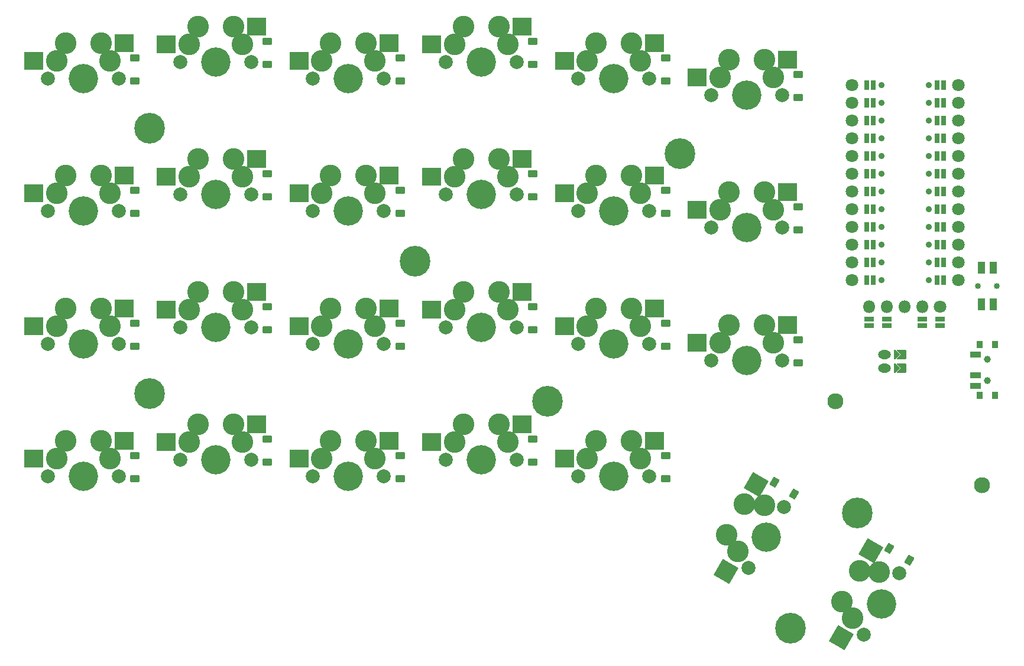
<source format=gbr>
%TF.GenerationSoftware,KiCad,Pcbnew,9.0.2*%
%TF.CreationDate,2025-06-15T23:24:52+08:00*%
%TF.ProjectId,eggada50_wireless_autorouted_manually_routed,65676761-6461-4353-905f-776972656c65,0.2*%
%TF.SameCoordinates,Original*%
%TF.FileFunction,Soldermask,Bot*%
%TF.FilePolarity,Negative*%
%FSLAX46Y46*%
G04 Gerber Fmt 4.6, Leading zero omitted, Abs format (unit mm)*
G04 Created by KiCad (PCBNEW 9.0.2) date 2025-06-15 23:24:52*
%MOMM*%
%LPD*%
G01*
G04 APERTURE LIST*
G04 Aperture macros list*
%AMRoundRect*
0 Rectangle with rounded corners*
0 $1 Rounding radius*
0 $2 $3 $4 $5 $6 $7 $8 $9 X,Y pos of 4 corners*
0 Add a 4 corners polygon primitive as box body*
4,1,4,$2,$3,$4,$5,$6,$7,$8,$9,$2,$3,0*
0 Add four circle primitives for the rounded corners*
1,1,$1+$1,$2,$3*
1,1,$1+$1,$4,$5*
1,1,$1+$1,$6,$7*
1,1,$1+$1,$8,$9*
0 Add four rect primitives between the rounded corners*
20,1,$1+$1,$2,$3,$4,$5,0*
20,1,$1+$1,$4,$5,$6,$7,0*
20,1,$1+$1,$6,$7,$8,$9,0*
20,1,$1+$1,$8,$9,$2,$3,0*%
%AMFreePoly0*
4,1,16,0.635355,0.285355,0.650000,0.250000,0.650000,-1.000000,0.635355,-1.035355,0.600000,-1.050000,0.564645,-1.035355,0.000000,-0.470710,-0.564645,-1.035355,-0.600000,-1.050000,-0.635355,-1.035355,-0.650000,-1.000000,-0.650000,0.250000,-0.635355,0.285355,-0.600000,0.300000,0.600000,0.300000,0.635355,0.285355,0.635355,0.285355,$1*%
%AMFreePoly1*
4,1,14,0.035355,0.435355,0.635355,-0.164645,0.650000,-0.200000,0.650000,-0.400000,0.635355,-0.435355,0.600000,-0.450000,-0.600000,-0.450000,-0.635355,-0.435355,-0.650000,-0.400000,-0.650000,-0.200000,-0.635355,-0.164645,-0.035355,0.435355,0.000000,0.450000,0.035355,0.435355,0.035355,0.435355,$1*%
G04 Aperture macros list end*
%ADD10C,2.000000*%
%ADD11C,3.100000*%
%ADD12C,4.200000*%
%ADD13RoundRect,0.050000X-0.400000X0.500000X-0.400000X-0.500000X0.400000X-0.500000X0.400000X0.500000X0*%
%ADD14C,1.000000*%
%ADD15RoundRect,0.050000X-0.750000X0.350000X-0.750000X-0.350000X0.750000X-0.350000X0.750000X0.350000X0*%
%ADD16C,4.400000*%
%ADD17O,1.800000X1.800000*%
%ADD18C,1.800000*%
%ADD19RoundRect,0.050000X-0.600000X0.300000X-0.600000X-0.300000X0.600000X-0.300000X0.600000X0.300000X0*%
%ADD20C,2.300000*%
%ADD21FreePoly0,270.000000*%
%ADD22O,1.850000X1.300000*%
%ADD23FreePoly1,270.000000*%
%ADD24C,0.850000*%
%ADD25RoundRect,0.050000X0.500000X-0.775000X0.500000X0.775000X-0.500000X0.775000X-0.500000X-0.775000X0*%
%ADD26RoundRect,0.050000X-0.300000X-0.600000X0.300000X-0.600000X0.300000X0.600000X-0.300000X0.600000X0*%
%ADD27C,0.900000*%
%ADD28RoundRect,0.050000X-1.275000X-1.250000X1.275000X-1.250000X1.275000X1.250000X-1.275000X1.250000X0*%
%ADD29RoundRect,0.050000X0.689711X0.294615X-0.089711X0.744615X-0.689711X-0.294615X0.089711X-0.744615X0*%
%ADD30RoundRect,0.050000X0.600000X-0.450000X0.600000X0.450000X-0.600000X0.450000X-0.600000X-0.450000X0*%
%ADD31RoundRect,0.050000X0.445032X-1.729182X1.720032X0.479182X-0.445032X1.729182X-1.720032X-0.479182X0*%
G04 APERTURE END LIST*
D10*
%TO.C,S35*%
X132920000Y-81000000D03*
D11*
X135460000Y-75920000D03*
D12*
X138000000Y-81000000D03*
D11*
X141810000Y-78460000D03*
D10*
X143080000Y-81000000D03*
%TD*%
D13*
%TO.C,PWR1*%
X228415000Y-81100000D03*
X228415000Y-88400000D03*
D14*
X229525000Y-83250000D03*
X229525000Y-86250000D03*
D13*
X230625000Y-81100000D03*
X230625000Y-88400000D03*
D15*
X227765000Y-82500000D03*
X227765000Y-85500000D03*
X227765000Y-87000000D03*
%TD*%
D16*
%TO.C,MH6*%
X147500000Y-69125000D03*
%TD*%
D17*
%TO.C,DISP1*%
X212567000Y-75700000D03*
X215107000Y-75700000D03*
X217647000Y-75700000D03*
X220187000Y-75700000D03*
D18*
X222727000Y-75700000D03*
D19*
X222727000Y-78350000D03*
X220187000Y-78350000D03*
X215107000Y-78350000D03*
X212567000Y-78350000D03*
X222727000Y-77450000D03*
X220187000Y-77450000D03*
X215107000Y-77450000D03*
X212567000Y-77450000D03*
%TD*%
D16*
%TO.C,MH5*%
X185468000Y-53736000D03*
%TD*%
D10*
%TO.C,S42*%
X170920000Y-100000000D03*
D11*
X173460000Y-94920000D03*
D12*
X176000000Y-100000000D03*
D11*
X179810000Y-97460000D03*
D10*
X181080000Y-100000000D03*
%TD*%
%TO.C,S27*%
X94920000Y-81000000D03*
D11*
X97460000Y-75920000D03*
D12*
X100000000Y-81000000D03*
D11*
X103810000Y-78460000D03*
D10*
X105080000Y-81000000D03*
%TD*%
D16*
%TO.C,MH8*%
X210827200Y-105262800D03*
%TD*%
D10*
%TO.C,S31*%
X113920000Y-78625000D03*
D11*
X116460000Y-73545000D03*
D12*
X119000000Y-78625000D03*
D11*
X122810000Y-76085000D03*
D10*
X124080000Y-78625000D03*
%TD*%
D16*
%TO.C,MH7*%
X166468000Y-89261000D03*
%TD*%
D20*
%TO.C,MH1*%
X207762000Y-89226000D03*
%TD*%
D21*
%TO.C,JST1*%
X217566000Y-82500000D03*
X217566000Y-84500000D03*
D22*
X214750000Y-84500000D03*
X214750000Y-82500000D03*
D23*
X216550000Y-84500000D03*
X216550000Y-82500000D03*
%TD*%
D24*
%TO.C,RST1*%
X230875000Y-72750000D03*
X228125000Y-72750000D03*
D25*
X230350000Y-70125000D03*
X228650000Y-70125000D03*
X230350000Y-75375000D03*
X228650000Y-75375000D03*
%TD*%
D10*
%TO.C,S28*%
X94920000Y-62000000D03*
D11*
X97460000Y-56920000D03*
D12*
X100000000Y-62000000D03*
D11*
X103810000Y-59460000D03*
D10*
X105080000Y-62000000D03*
%TD*%
%TO.C,S38*%
X151920000Y-97625000D03*
D11*
X154460000Y-92545000D03*
D12*
X157000000Y-97625000D03*
D11*
X160810000Y-95085000D03*
D10*
X162080000Y-97625000D03*
%TD*%
%TO.C,S47*%
X189920000Y-64375000D03*
D11*
X192460000Y-59295000D03*
D12*
X195000000Y-64375000D03*
D11*
X198810000Y-61835000D03*
D10*
X200080000Y-64375000D03*
%TD*%
%TO.C,S33*%
X113920000Y-40625000D03*
D11*
X116460000Y-35545000D03*
D12*
X119000000Y-40625000D03*
D11*
X122810000Y-38085000D03*
D10*
X124080000Y-40625000D03*
%TD*%
%TO.C,S46*%
X189920000Y-83375000D03*
D11*
X192460000Y-78295000D03*
D12*
X195000000Y-83375000D03*
D11*
X198810000Y-80835000D03*
D10*
X200080000Y-83375000D03*
%TD*%
D16*
%TO.C,MH4*%
X109500000Y-88125000D03*
%TD*%
D10*
%TO.C,S37*%
X132920000Y-43000000D03*
D11*
X135460000Y-37920000D03*
D12*
X138000000Y-43000000D03*
D11*
X141810000Y-40460000D03*
D10*
X143080000Y-43000000D03*
%TD*%
%TO.C,S50*%
X211764500Y-122639409D03*
D11*
X208635091Y-117899705D03*
D12*
X214304500Y-118240000D03*
D11*
X214009795Y-113670443D03*
D10*
X216844500Y-113840591D03*
%TD*%
%TO.C,S39*%
X151920000Y-78625000D03*
D11*
X154460000Y-73545000D03*
D12*
X157000000Y-78625000D03*
D11*
X160810000Y-76085000D03*
D10*
X162080000Y-78625000D03*
%TD*%
D16*
%TO.C,MH9*%
X201327200Y-121717200D03*
%TD*%
D26*
%TO.C,MCU1*%
X223184000Y-43920000D03*
D18*
X225324000Y-43920000D03*
D26*
X223184000Y-46460000D03*
D18*
X225324000Y-46460000D03*
D26*
X223184000Y-49000000D03*
D18*
X225324000Y-49000000D03*
D26*
X223184000Y-51540000D03*
D18*
X225324000Y-51540000D03*
D26*
X223184000Y-54080000D03*
D18*
X225324000Y-54080000D03*
D26*
X223184000Y-56620000D03*
D18*
X225324000Y-56620000D03*
D26*
X223184000Y-59160000D03*
D18*
X225324000Y-59160000D03*
D26*
X223184000Y-61700000D03*
D18*
X225324000Y-61700000D03*
D26*
X223184000Y-64240000D03*
D18*
X225324000Y-64240000D03*
D26*
X223184000Y-66780000D03*
D18*
X225324000Y-66780000D03*
D26*
X223184000Y-69320000D03*
D18*
X225324000Y-69320000D03*
D26*
X223184000Y-71860000D03*
D18*
X225324000Y-71860000D03*
X210084000Y-71860000D03*
D26*
X212224000Y-71860000D03*
D18*
X210084000Y-69320000D03*
D26*
X212224000Y-69320000D03*
D18*
X210084000Y-66780000D03*
D26*
X212224000Y-66780000D03*
D18*
X210084000Y-64240000D03*
D26*
X212224000Y-64240000D03*
D18*
X210084000Y-61700000D03*
D26*
X212224000Y-61700000D03*
D18*
X210084000Y-59160000D03*
D26*
X212224000Y-59160000D03*
D18*
X210084000Y-56620000D03*
D26*
X212224000Y-56620000D03*
D18*
X210084000Y-54080000D03*
D26*
X212224000Y-54080000D03*
D18*
X210084000Y-51540000D03*
D26*
X212224000Y-51540000D03*
D18*
X210084000Y-49000000D03*
D26*
X212224000Y-49000000D03*
D18*
X210084000Y-46460000D03*
D26*
X212224000Y-46460000D03*
D18*
X210084000Y-43920000D03*
D26*
X212224000Y-43920000D03*
X213124000Y-43920000D03*
D27*
X221104000Y-43920000D03*
D26*
X213124000Y-46460000D03*
D27*
X221104000Y-46460000D03*
D26*
X213124000Y-49000000D03*
D27*
X221104000Y-49000000D03*
D26*
X213124000Y-51540000D03*
D27*
X221104000Y-51540000D03*
D26*
X213124000Y-54080000D03*
D27*
X221104000Y-54080000D03*
D26*
X213124000Y-56620000D03*
D27*
X221104000Y-56620000D03*
D26*
X213124000Y-59160000D03*
D27*
X221104000Y-59160000D03*
D26*
X213124000Y-61700000D03*
D27*
X221104000Y-61700000D03*
D26*
X213124000Y-64240000D03*
D27*
X221104000Y-64240000D03*
D26*
X213124000Y-66780000D03*
D27*
X221104000Y-66780000D03*
D26*
X213124000Y-69320000D03*
D27*
X221104000Y-69320000D03*
D26*
X213124000Y-71860000D03*
D27*
X221104000Y-71860000D03*
X214304000Y-71860000D03*
D26*
X222284000Y-71860000D03*
D27*
X214304000Y-69320000D03*
D26*
X222284000Y-69320000D03*
D27*
X214304000Y-66780000D03*
D26*
X222284000Y-66780000D03*
D27*
X214304000Y-64240000D03*
D26*
X222284000Y-64240000D03*
D27*
X214304000Y-61700000D03*
D26*
X222284000Y-61700000D03*
D27*
X214304000Y-59160000D03*
D26*
X222284000Y-59160000D03*
D27*
X214304000Y-56620000D03*
D26*
X222284000Y-56620000D03*
D27*
X214304000Y-54080000D03*
D26*
X222284000Y-54080000D03*
D27*
X214304000Y-51540000D03*
D26*
X222284000Y-51540000D03*
D27*
X214304000Y-49000000D03*
D26*
X222284000Y-49000000D03*
D27*
X214304000Y-46460000D03*
D26*
X222284000Y-46460000D03*
D27*
X214304000Y-43920000D03*
D26*
X222284000Y-43920000D03*
%TD*%
D10*
%TO.C,S34*%
X132920000Y-100000000D03*
D11*
X135460000Y-94920000D03*
D12*
X138000000Y-100000000D03*
D11*
X141810000Y-97460000D03*
D10*
X143080000Y-100000000D03*
%TD*%
%TO.C,S49*%
X195310000Y-113139409D03*
D11*
X192180591Y-108399705D03*
D12*
X197850000Y-108740000D03*
D11*
X197555295Y-104170443D03*
D10*
X200390000Y-104340591D03*
%TD*%
%TO.C,S32*%
X113920000Y-59625000D03*
D11*
X116460000Y-54545000D03*
D12*
X119000000Y-59625000D03*
D11*
X122810000Y-57085000D03*
D10*
X124080000Y-59625000D03*
%TD*%
%TO.C,S44*%
X170920000Y-62000000D03*
D11*
X173460000Y-56920000D03*
D12*
X176000000Y-62000000D03*
D11*
X179810000Y-59460000D03*
D10*
X181080000Y-62000000D03*
%TD*%
%TO.C,S48*%
X189920000Y-45375000D03*
D11*
X192460000Y-40295000D03*
D12*
X195000000Y-45375000D03*
D11*
X198810000Y-42835000D03*
D10*
X200080000Y-45375000D03*
%TD*%
D16*
%TO.C,MH3*%
X109500000Y-50125000D03*
%TD*%
D10*
%TO.C,S45*%
X170920000Y-43000000D03*
D11*
X173460000Y-37920000D03*
D12*
X176000000Y-43000000D03*
D11*
X179810000Y-40460000D03*
D10*
X181080000Y-43000000D03*
%TD*%
%TO.C,S40*%
X151920000Y-59625000D03*
D11*
X154460000Y-54545000D03*
D12*
X157000000Y-59625000D03*
D11*
X160810000Y-57085000D03*
D10*
X162080000Y-59625000D03*
%TD*%
D20*
%TO.C,MH2*%
X228694000Y-101245000D03*
%TD*%
D10*
%TO.C,S36*%
X132920000Y-62000000D03*
D11*
X135460000Y-56920000D03*
D12*
X138000000Y-62000000D03*
D11*
X141810000Y-59460000D03*
D10*
X143080000Y-62000000D03*
%TD*%
%TO.C,S29*%
X94920000Y-43000000D03*
D11*
X97460000Y-37920000D03*
D12*
X100000000Y-43000000D03*
D11*
X103810000Y-40460000D03*
D10*
X105080000Y-43000000D03*
%TD*%
%TO.C,S41*%
X151920000Y-40625000D03*
D11*
X154460000Y-35545000D03*
D12*
X157000000Y-40625000D03*
D11*
X160810000Y-38085000D03*
D10*
X162080000Y-40625000D03*
%TD*%
%TO.C,S43*%
X170920000Y-81000000D03*
D11*
X173460000Y-75920000D03*
D12*
X176000000Y-81000000D03*
D11*
X179810000Y-78460000D03*
D10*
X181080000Y-81000000D03*
%TD*%
%TO.C,S26*%
X94920000Y-100000000D03*
D11*
X97460000Y-94920000D03*
D12*
X100000000Y-100000000D03*
D11*
X103810000Y-97460000D03*
D10*
X105080000Y-100000000D03*
%TD*%
%TO.C,S30*%
X113920000Y-97625000D03*
D11*
X116460000Y-92545000D03*
D12*
X119000000Y-97625000D03*
D11*
X122810000Y-95085000D03*
D10*
X124080000Y-97625000D03*
%TD*%
%TO.C,S10*%
X132920000Y-81000000D03*
D11*
X134190000Y-78460000D03*
D12*
X138000000Y-81000000D03*
D11*
X140540000Y-75920000D03*
D10*
X143080000Y-81000000D03*
D28*
X130915000Y-78460000D03*
X143842000Y-75920000D03*
%TD*%
D10*
%TO.C,S6*%
X113920000Y-78625000D03*
D11*
X115190000Y-76085000D03*
D12*
X119000000Y-78625000D03*
D11*
X121540000Y-73545000D03*
D10*
X124080000Y-78625000D03*
D28*
X111915000Y-76085000D03*
X124842000Y-73545000D03*
%TD*%
D29*
%TO.C,D24*%
X201831442Y-102493900D03*
X198973558Y-100843900D03*
%TD*%
D10*
%TO.C,S23*%
X189920000Y-45375000D03*
D11*
X191190000Y-42835000D03*
D12*
X195000000Y-45375000D03*
D11*
X197540000Y-40295000D03*
D10*
X200080000Y-45375000D03*
D28*
X187915000Y-42835000D03*
X200842000Y-40295000D03*
%TD*%
D10*
%TO.C,S19*%
X170920000Y-62000000D03*
D11*
X172190000Y-59460000D03*
D12*
X176000000Y-62000000D03*
D11*
X178540000Y-56920000D03*
D10*
X181080000Y-62000000D03*
D28*
X168915000Y-59460000D03*
X181842000Y-56920000D03*
%TD*%
D10*
%TO.C,S20*%
X170920000Y-43000000D03*
D11*
X172190000Y-40460000D03*
D12*
X176000000Y-43000000D03*
D11*
X178540000Y-37920000D03*
D10*
X181080000Y-43000000D03*
D28*
X168915000Y-40460000D03*
X181842000Y-37920000D03*
%TD*%
D30*
%TO.C,D11*%
X145400000Y-62325000D03*
X145400000Y-59025000D03*
%TD*%
%TO.C,D22*%
X202400000Y-64700000D03*
X202400000Y-61400000D03*
%TD*%
D10*
%TO.C,S13*%
X151920000Y-97625000D03*
D11*
X153190000Y-95085000D03*
D12*
X157000000Y-97625000D03*
D11*
X159540000Y-92545000D03*
D10*
X162080000Y-97625000D03*
D28*
X149915000Y-95085000D03*
X162842000Y-92545000D03*
%TD*%
D10*
%TO.C,S11*%
X132920000Y-62000000D03*
D11*
X134190000Y-59460000D03*
D12*
X138000000Y-62000000D03*
D11*
X140540000Y-56920000D03*
D10*
X143080000Y-62000000D03*
D28*
X130915000Y-59460000D03*
X143842000Y-56920000D03*
%TD*%
D30*
%TO.C,D17*%
X183400000Y-100325000D03*
X183400000Y-97025000D03*
%TD*%
%TO.C,D9*%
X145400000Y-100325000D03*
X145400000Y-97025000D03*
%TD*%
%TO.C,D10*%
X145400000Y-81325000D03*
X145400000Y-78025000D03*
%TD*%
%TO.C,D13*%
X164400000Y-97950000D03*
X164400000Y-94650000D03*
%TD*%
%TO.C,D16*%
X164400000Y-40950000D03*
X164400000Y-37650000D03*
%TD*%
D10*
%TO.C,S4*%
X94920000Y-43000000D03*
D11*
X96190000Y-40460000D03*
D12*
X100000000Y-43000000D03*
D11*
X102540000Y-37920000D03*
D10*
X105080000Y-43000000D03*
D28*
X92915000Y-40460000D03*
X105842000Y-37920000D03*
%TD*%
D30*
%TO.C,D5*%
X126400000Y-97950000D03*
X126400000Y-94650000D03*
%TD*%
%TO.C,D14*%
X164400000Y-78950000D03*
X164400000Y-75650000D03*
%TD*%
%TO.C,D2*%
X107400000Y-81325000D03*
X107400000Y-78025000D03*
%TD*%
D10*
%TO.C,S17*%
X170920000Y-100000000D03*
D11*
X172190000Y-97460000D03*
D12*
X176000000Y-100000000D03*
D11*
X178540000Y-94920000D03*
D10*
X181080000Y-100000000D03*
D28*
X168915000Y-97460000D03*
X181842000Y-94920000D03*
%TD*%
D30*
%TO.C,D20*%
X183400000Y-43325000D03*
X183400000Y-40025000D03*
%TD*%
%TO.C,D8*%
X126400000Y-40950000D03*
X126400000Y-37650000D03*
%TD*%
D10*
%TO.C,S16*%
X151920000Y-40625000D03*
D11*
X153190000Y-38085000D03*
D12*
X157000000Y-40625000D03*
D11*
X159540000Y-35545000D03*
D10*
X162080000Y-40625000D03*
D28*
X149915000Y-38085000D03*
X162842000Y-35545000D03*
%TD*%
D10*
%TO.C,S1*%
X94920000Y-100000000D03*
D11*
X96190000Y-97460000D03*
D12*
X100000000Y-100000000D03*
D11*
X102540000Y-94920000D03*
D10*
X105080000Y-100000000D03*
D28*
X92915000Y-97460000D03*
X105842000Y-94920000D03*
%TD*%
D10*
%TO.C,S15*%
X151920000Y-59625000D03*
D11*
X153190000Y-57085000D03*
D12*
X157000000Y-59625000D03*
D11*
X159540000Y-54545000D03*
D10*
X162080000Y-59625000D03*
D28*
X149915000Y-57085000D03*
X162842000Y-54545000D03*
%TD*%
D30*
%TO.C,D21*%
X202400000Y-83700000D03*
X202400000Y-80400000D03*
%TD*%
D10*
%TO.C,S25*%
X211764500Y-122639409D03*
D11*
X210199795Y-120269557D03*
D12*
X214304500Y-118240000D03*
D11*
X211175091Y-113500295D03*
D10*
X216844500Y-113840591D03*
D31*
X208562295Y-123105790D03*
X212826091Y-110640680D03*
%TD*%
D30*
%TO.C,D18*%
X183400000Y-81325000D03*
X183400000Y-78025000D03*
%TD*%
%TO.C,D7*%
X126400000Y-59950000D03*
X126400000Y-56650000D03*
%TD*%
%TO.C,D19*%
X183400000Y-62325000D03*
X183400000Y-59025000D03*
%TD*%
%TO.C,D12*%
X145400000Y-43325000D03*
X145400000Y-40025000D03*
%TD*%
D10*
%TO.C,S18*%
X170920000Y-81000000D03*
D11*
X172190000Y-78460000D03*
D12*
X176000000Y-81000000D03*
D11*
X178540000Y-75920000D03*
D10*
X181080000Y-81000000D03*
D28*
X168915000Y-78460000D03*
X181842000Y-75920000D03*
%TD*%
D10*
%TO.C,S24*%
X195310000Y-113139409D03*
D11*
X193745295Y-110769557D03*
D12*
X197850000Y-108740000D03*
D11*
X194720591Y-104000295D03*
D10*
X200390000Y-104340591D03*
D31*
X192107795Y-113605790D03*
X196371591Y-101140680D03*
%TD*%
D29*
%TO.C,D25*%
X218285942Y-111993900D03*
X215428058Y-110343900D03*
%TD*%
D10*
%TO.C,S8*%
X113920000Y-40625000D03*
D11*
X115190000Y-38085000D03*
D12*
X119000000Y-40625000D03*
D11*
X121540000Y-35545000D03*
D10*
X124080000Y-40625000D03*
D28*
X111915000Y-38085000D03*
X124842000Y-35545000D03*
%TD*%
D10*
%TO.C,S22*%
X189920000Y-64375000D03*
D11*
X191190000Y-61835000D03*
D12*
X195000000Y-64375000D03*
D11*
X197540000Y-59295000D03*
D10*
X200080000Y-64375000D03*
D28*
X187915000Y-61835000D03*
X200842000Y-59295000D03*
%TD*%
D30*
%TO.C,D3*%
X107400000Y-62325000D03*
X107400000Y-59025000D03*
%TD*%
D10*
%TO.C,S21*%
X189920000Y-83375000D03*
D11*
X191190000Y-80835000D03*
D12*
X195000000Y-83375000D03*
D11*
X197540000Y-78295000D03*
D10*
X200080000Y-83375000D03*
D28*
X187915000Y-80835000D03*
X200842000Y-78295000D03*
%TD*%
D30*
%TO.C,D6*%
X126400000Y-78950000D03*
X126400000Y-75650000D03*
%TD*%
%TO.C,D23*%
X202400000Y-45700000D03*
X202400000Y-42400000D03*
%TD*%
D10*
%TO.C,S12*%
X132920000Y-43000000D03*
D11*
X134190000Y-40460000D03*
D12*
X138000000Y-43000000D03*
D11*
X140540000Y-37920000D03*
D10*
X143080000Y-43000000D03*
D28*
X130915000Y-40460000D03*
X143842000Y-37920000D03*
%TD*%
D10*
%TO.C,S5*%
X113920000Y-97625000D03*
D11*
X115190000Y-95085000D03*
D12*
X119000000Y-97625000D03*
D11*
X121540000Y-92545000D03*
D10*
X124080000Y-97625000D03*
D28*
X111915000Y-95085000D03*
X124842000Y-92545000D03*
%TD*%
D10*
%TO.C,S14*%
X151920000Y-78625000D03*
D11*
X153190000Y-76085000D03*
D12*
X157000000Y-78625000D03*
D11*
X159540000Y-73545000D03*
D10*
X162080000Y-78625000D03*
D28*
X149915000Y-76085000D03*
X162842000Y-73545000D03*
%TD*%
D10*
%TO.C,S2*%
X94920000Y-81000000D03*
D11*
X96190000Y-78460000D03*
D12*
X100000000Y-81000000D03*
D11*
X102540000Y-75920000D03*
D10*
X105080000Y-81000000D03*
D28*
X92915000Y-78460000D03*
X105842000Y-75920000D03*
%TD*%
D10*
%TO.C,S9*%
X132920000Y-100000000D03*
D11*
X134190000Y-97460000D03*
D12*
X138000000Y-100000000D03*
D11*
X140540000Y-94920000D03*
D10*
X143080000Y-100000000D03*
D28*
X130915000Y-97460000D03*
X143842000Y-94920000D03*
%TD*%
D10*
%TO.C,S3*%
X94920000Y-62000000D03*
D11*
X96190000Y-59460000D03*
D12*
X100000000Y-62000000D03*
D11*
X102540000Y-56920000D03*
D10*
X105080000Y-62000000D03*
D28*
X92915000Y-59460000D03*
X105842000Y-56920000D03*
%TD*%
D30*
%TO.C,D4*%
X107400000Y-43325000D03*
X107400000Y-40025000D03*
%TD*%
D10*
%TO.C,S7*%
X113920000Y-59625000D03*
D11*
X115190000Y-57085000D03*
D12*
X119000000Y-59625000D03*
D11*
X121540000Y-54545000D03*
D10*
X124080000Y-59625000D03*
D28*
X111915000Y-57085000D03*
X124842000Y-54545000D03*
%TD*%
D30*
%TO.C,D15*%
X164400000Y-59950000D03*
X164400000Y-56650000D03*
%TD*%
%TO.C,D1*%
X107400000Y-100325000D03*
X107400000Y-97025000D03*
%TD*%
M02*

</source>
